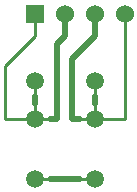
<source format=gbl>
G04 (created by PCBNEW (2013-07-07 BZR 4022)-stable) date 6/30/2014 10:29:55 PM*
%MOIN*%
G04 Gerber Fmt 3.4, Leading zero omitted, Abs format*
%FSLAX34Y34*%
G01*
G70*
G90*
G04 APERTURE LIST*
%ADD10C,0.00393701*%
%ADD11R,0.06X0.06*%
%ADD12C,0.06*%
%ADD13C,0.059*%
%ADD14C,0.01*%
%ADD15C,0.02*%
G04 APERTURE END LIST*
G54D10*
G54D11*
X84000Y-51000D03*
G54D12*
X85000Y-51000D03*
X86000Y-51000D03*
X87000Y-51000D03*
G54D13*
X84000Y-54500D03*
X86000Y-54500D03*
X84000Y-53250D03*
X86000Y-53250D03*
X84000Y-54500D03*
X84000Y-56500D03*
X86000Y-54500D03*
X86000Y-56500D03*
G54D14*
X84000Y-56500D02*
X84500Y-56500D01*
X85500Y-56500D02*
X86000Y-56500D01*
G54D15*
X84500Y-56500D02*
X85500Y-56500D01*
X84750Y-54500D02*
X84500Y-54500D01*
X85000Y-51750D02*
X84750Y-52000D01*
X84750Y-52000D02*
X84750Y-54500D01*
X85000Y-51000D02*
X85000Y-51750D01*
G54D14*
X84500Y-54500D02*
X84000Y-54500D01*
X84000Y-54500D02*
X84000Y-54000D01*
X84000Y-53750D02*
X84000Y-53250D01*
G54D15*
X84000Y-54000D02*
X84000Y-53750D01*
G54D14*
X84000Y-51000D02*
X84000Y-51750D01*
X83000Y-54500D02*
X84000Y-54500D01*
X83000Y-52750D02*
X83000Y-54500D01*
X84000Y-51750D02*
X83000Y-52750D01*
G54D15*
X85250Y-54500D02*
X85500Y-54500D01*
X86000Y-51750D02*
X85250Y-52500D01*
X85250Y-52500D02*
X85250Y-54500D01*
X86000Y-51000D02*
X86000Y-51750D01*
G54D14*
X85500Y-54500D02*
X86000Y-54500D01*
X86000Y-54500D02*
X86000Y-54000D01*
X86000Y-53750D02*
X86000Y-53250D01*
G54D15*
X86000Y-54000D02*
X86000Y-53750D01*
G54D14*
X87000Y-51000D02*
X87000Y-54500D01*
X87000Y-54500D02*
X86000Y-54500D01*
M02*

</source>
